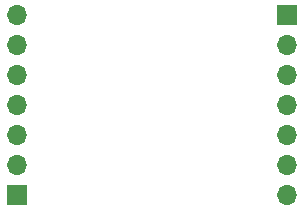
<source format=gbr>
%TF.GenerationSoftware,KiCad,Pcbnew,(5.1.10)-1*%
%TF.CreationDate,2021-06-13T21:16:24+02:00*%
%TF.ProjectId,esp_prog_uart_autoreset,6573705f-7072-46f6-975f-756172745f61,rev?*%
%TF.SameCoordinates,Original*%
%TF.FileFunction,Soldermask,Bot*%
%TF.FilePolarity,Negative*%
%FSLAX46Y46*%
G04 Gerber Fmt 4.6, Leading zero omitted, Abs format (unit mm)*
G04 Created by KiCad (PCBNEW (5.1.10)-1) date 2021-06-13 21:16:24*
%MOMM*%
%LPD*%
G01*
G04 APERTURE LIST*
%ADD10R,1.700000X1.700000*%
%ADD11O,1.700000X1.700000*%
G04 APERTURE END LIST*
D10*
%TO.C,J2*%
X157480000Y-91440000D03*
D11*
X157480000Y-93980000D03*
X157480000Y-96520000D03*
X157480000Y-99060000D03*
X157480000Y-101600000D03*
X157480000Y-104140000D03*
X157480000Y-106680000D03*
%TD*%
D10*
%TO.C,J1*%
X134620000Y-106680000D03*
D11*
X134620000Y-104140000D03*
X134620000Y-101600000D03*
X134620000Y-99060000D03*
X134620000Y-96520000D03*
X134620000Y-93980000D03*
X134620000Y-91440000D03*
%TD*%
M02*

</source>
